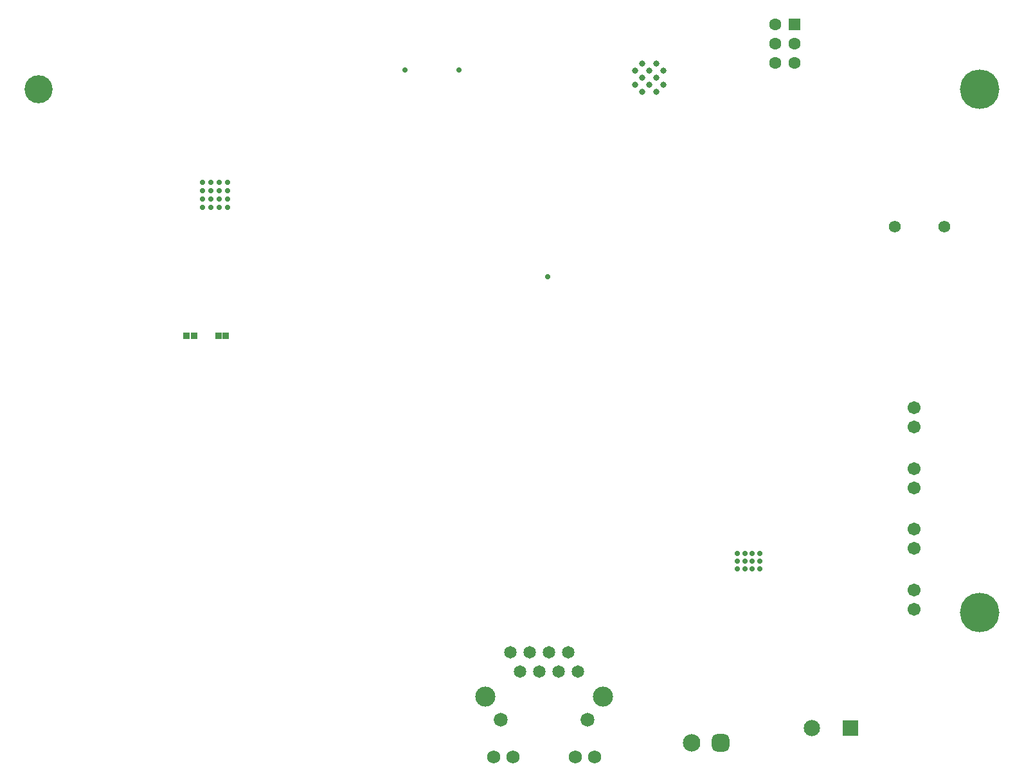
<source format=gts>
G04*
G04 #@! TF.GenerationSoftware,Altium Limited,Altium Designer,21.9.1 (22)*
G04*
G04 Layer_Color=8388736*
%FSLAX25Y25*%
%MOIN*%
G70*
G04*
G04 #@! TF.SameCoordinates,3683F5DD-B2EF-4FE9-AD71-088996B23F6A*
G04*
G04*
G04 #@! TF.FilePolarity,Negative*
G04*
G01*
G75*
%ADD15C,0.02800*%
%ADD16R,0.03556X0.03359*%
%ADD17C,0.06200*%
%ADD18C,0.06706*%
%ADD19C,0.14580*%
%ADD20C,0.20485*%
%ADD21C,0.07198*%
%ADD22C,0.10426*%
%ADD23C,0.06824*%
%ADD24C,0.06493*%
%ADD25R,0.08465X0.08465*%
%ADD26C,0.08465*%
%ADD27C,0.09068*%
G04:AMPARAMS|DCode=28|XSize=90.68mil|YSize=90.68mil|CornerRadius=24.67mil|HoleSize=0mil|Usage=FLASHONLY|Rotation=180.000|XOffset=0mil|YOffset=0mil|HoleType=Round|Shape=RoundedRectangle|*
%AMROUNDEDRECTD28*
21,1,0.09068,0.04134,0,0,180.0*
21,1,0.04134,0.09068,0,0,180.0*
1,1,0.04934,-0.02067,0.02067*
1,1,0.04934,0.02067,0.02067*
1,1,0.04934,0.02067,-0.02067*
1,1,0.04934,-0.02067,-0.02067*
%
%ADD28ROUNDEDRECTD28*%
%ADD29C,0.06312*%
%ADD30R,0.06312X0.06312*%
%ADD31C,0.02769*%
%ADD32C,0.03300*%
D15*
X940500Y830000D02*
D03*
X912500D02*
D03*
D16*
X802870Y692000D02*
D03*
X799130D02*
D03*
X819370D02*
D03*
X815630D02*
D03*
D17*
X1166400Y748500D02*
D03*
X1191995D02*
D03*
D18*
X1176201Y644606D02*
D03*
Y654606D02*
D03*
Y613110D02*
D03*
Y623110D02*
D03*
Y581613D02*
D03*
Y591613D02*
D03*
Y550117D02*
D03*
Y560117D02*
D03*
D19*
X722298Y820000D02*
D03*
D20*
X1210487D02*
D03*
X1210500Y548359D02*
D03*
D21*
X961953Y492705D02*
D03*
X1006953D02*
D03*
D22*
X953961Y504713D02*
D03*
X1014945D02*
D03*
D23*
X958370Y473413D02*
D03*
X968370D02*
D03*
X1000535D02*
D03*
X1010535D02*
D03*
D24*
X966953Y527705D02*
D03*
X971953Y517705D02*
D03*
X976953Y527705D02*
D03*
X981953Y517705D02*
D03*
X986953Y527705D02*
D03*
X991953Y517705D02*
D03*
X996953Y527705D02*
D03*
X1001953Y517705D02*
D03*
D25*
X1143500Y488189D02*
D03*
D26*
X1123500D02*
D03*
D27*
X1061000Y480724D02*
D03*
D28*
X1076000D02*
D03*
D29*
X1104500Y853500D02*
D03*
X1114500Y843500D02*
D03*
X1104500D02*
D03*
X1114500Y833500D02*
D03*
X1104500D02*
D03*
D30*
X1114500Y853500D02*
D03*
D31*
X986500Y722500D02*
D03*
X1096406Y575000D02*
D03*
Y578937D02*
D03*
Y571063D02*
D03*
X1092468D02*
D03*
X1088531D02*
D03*
X1084595D02*
D03*
Y578937D02*
D03*
Y575000D02*
D03*
X1088531Y578937D02*
D03*
Y575000D02*
D03*
X1092468Y578937D02*
D03*
Y575000D02*
D03*
X807506Y758802D02*
D03*
X811837D02*
D03*
X816168D02*
D03*
X820498D02*
D03*
X807506Y763133D02*
D03*
X811837D02*
D03*
X816168D02*
D03*
X807506Y767464D02*
D03*
X811837D02*
D03*
X816168D02*
D03*
X820498D02*
D03*
X807506Y771794D02*
D03*
X811837D02*
D03*
X816168D02*
D03*
X820498D02*
D03*
Y763133D02*
D03*
D32*
X1031776Y829612D02*
D03*
X1046224Y829573D02*
D03*
Y822388D02*
D03*
X1039000D02*
D03*
X1031776D02*
D03*
X1035388Y818776D02*
D03*
X1042612D02*
D03*
X1035388Y826000D02*
D03*
X1042612Y825961D02*
D03*
X1035388Y833224D02*
D03*
X1039000Y829612D02*
D03*
X1042612Y833224D02*
D03*
M02*

</source>
